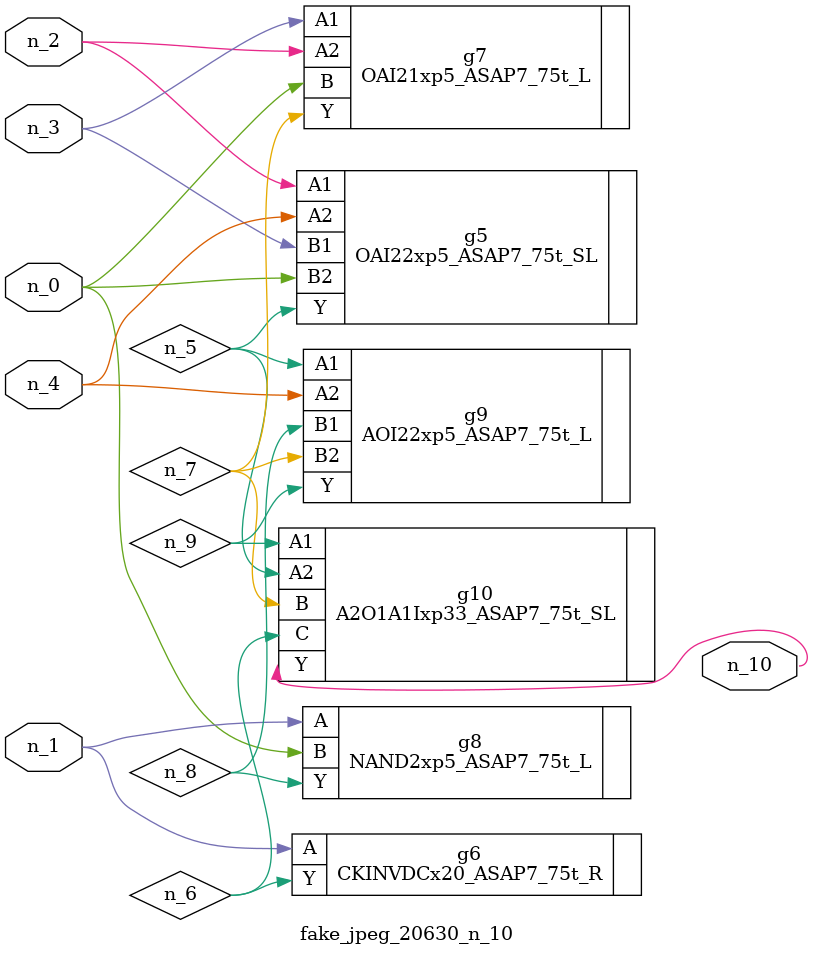
<source format=v>
module fake_jpeg_20630_n_10 (n_3, n_2, n_1, n_0, n_4, n_10);

input n_3;
input n_2;
input n_1;
input n_0;
input n_4;

output n_10;

wire n_8;
wire n_9;
wire n_6;
wire n_5;
wire n_7;

OAI22xp5_ASAP7_75t_SL g5 ( 
.A1(n_2),
.A2(n_4),
.B1(n_3),
.B2(n_0),
.Y(n_5)
);

CKINVDCx20_ASAP7_75t_R g6 ( 
.A(n_1),
.Y(n_6)
);

OAI21xp5_ASAP7_75t_L g7 ( 
.A1(n_3),
.A2(n_2),
.B(n_0),
.Y(n_7)
);

NAND2xp5_ASAP7_75t_L g8 ( 
.A(n_1),
.B(n_0),
.Y(n_8)
);

AOI22xp5_ASAP7_75t_L g9 ( 
.A1(n_5),
.A2(n_4),
.B1(n_8),
.B2(n_7),
.Y(n_9)
);

A2O1A1Ixp33_ASAP7_75t_SL g10 ( 
.A1(n_9),
.A2(n_5),
.B(n_7),
.C(n_6),
.Y(n_10)
);


endmodule
</source>
